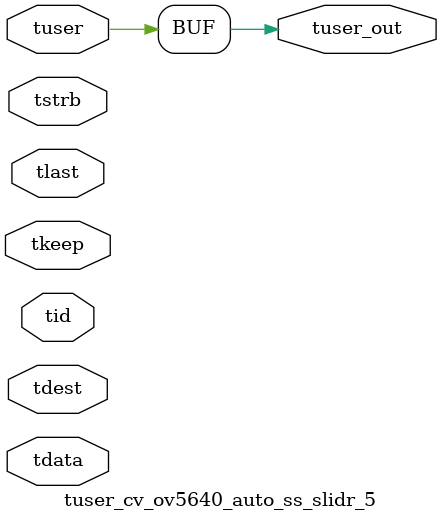
<source format=v>


`timescale 1ps/1ps

module tuser_cv_ov5640_auto_ss_slidr_5 #
(
parameter C_S_AXIS_TUSER_WIDTH = 1,
parameter C_S_AXIS_TDATA_WIDTH = 32,
parameter C_S_AXIS_TID_WIDTH   = 0,
parameter C_S_AXIS_TDEST_WIDTH = 0,
parameter C_M_AXIS_TUSER_WIDTH = 1
)
(
input  [(C_S_AXIS_TUSER_WIDTH == 0 ? 1 : C_S_AXIS_TUSER_WIDTH)-1:0     ] tuser,
input  [(C_S_AXIS_TDATA_WIDTH == 0 ? 1 : C_S_AXIS_TDATA_WIDTH)-1:0     ] tdata,
input  [(C_S_AXIS_TID_WIDTH   == 0 ? 1 : C_S_AXIS_TID_WIDTH)-1:0       ] tid,
input  [(C_S_AXIS_TDEST_WIDTH == 0 ? 1 : C_S_AXIS_TDEST_WIDTH)-1:0     ] tdest,
input  [(C_S_AXIS_TDATA_WIDTH/8)-1:0 ] tkeep,
input  [(C_S_AXIS_TDATA_WIDTH/8)-1:0 ] tstrb,
input                                                                    tlast,
output [C_M_AXIS_TUSER_WIDTH-1:0] tuser_out
);

assign tuser_out = {tuser[0:0]};

endmodule


</source>
